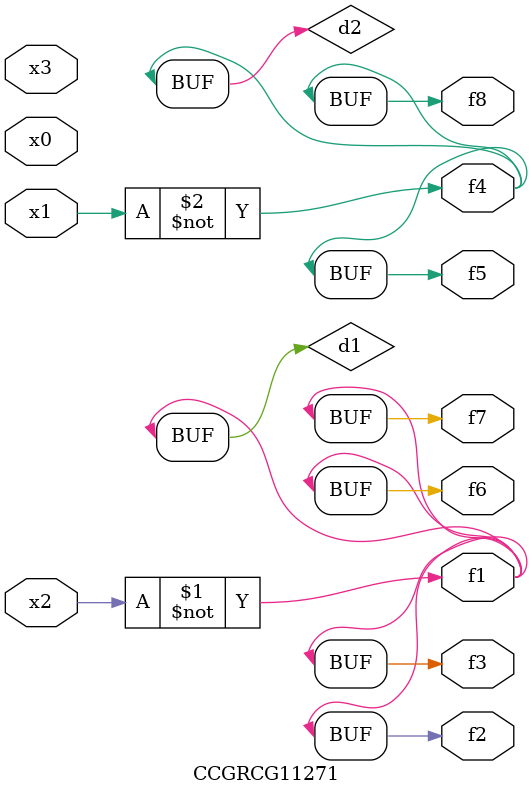
<source format=v>
module CCGRCG11271(
	input x0, x1, x2, x3,
	output f1, f2, f3, f4, f5, f6, f7, f8
);

	wire d1, d2;

	xnor (d1, x2);
	not (d2, x1);
	assign f1 = d1;
	assign f2 = d1;
	assign f3 = d1;
	assign f4 = d2;
	assign f5 = d2;
	assign f6 = d1;
	assign f7 = d1;
	assign f8 = d2;
endmodule

</source>
